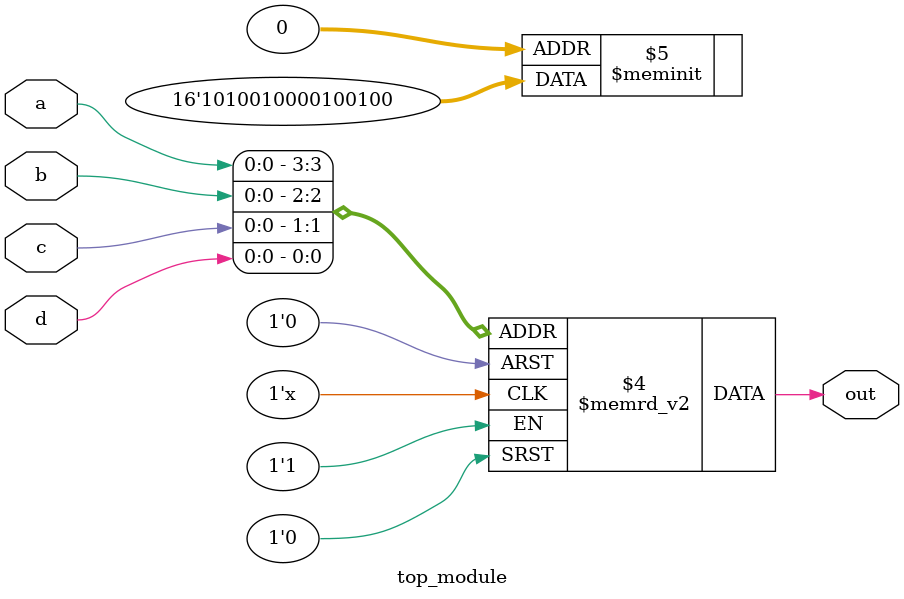
<source format=sv>
module top_module (
	input a, 
	input b,
	input c,
	input d,
	output reg out
);

	always @(*) begin
		case({a, b, c, d})
			4'b0000:
				out = 1'b0;
			4'b0001:
				out = 1'b0;
			4'b0010:
				out = 1'b1;
			4'b0011:
				out = 1'b0;
			4'b0100:
				out = 1'b0;
			4'b0101:
				out = 1'b1;
			4'b0110:
				out = 1'b0;
			4'b0111:
				out = 1'b0;
			4'b1000:
				out = 1'b0;
			4'b1001:
				out = 1'b0;
			4'b1010:
				out = 1'b1;
			4'b1011:
				out = 1'b0;
			4'b1100:
				out = 1'b0;
			4'b1101:
				out = 1'b1;
			4'b1110:
				out = 1'b0;
			4'b1111:
				out = 1'b1;
		endcase
	end

endmodule

</source>
